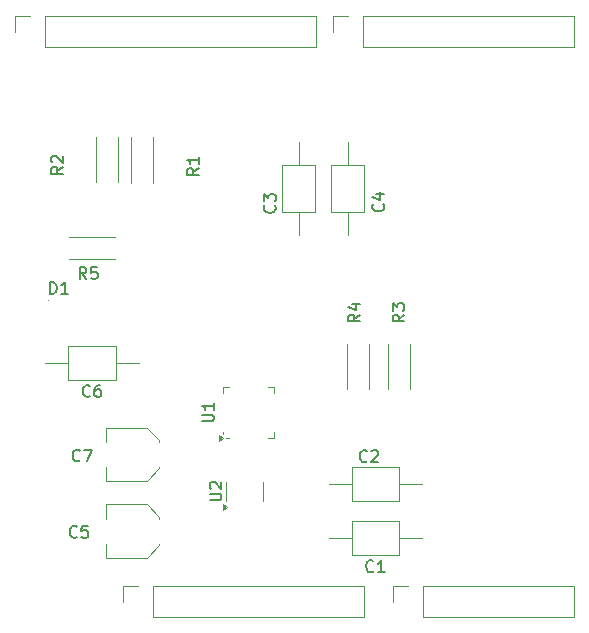
<source format=gbr>
%TF.GenerationSoftware,KiCad,Pcbnew,9.0.4*%
%TF.CreationDate,2025-08-24T03:11:57+05:30*%
%TF.ProjectId,Arduino Shield,41726475-696e-46f2-9053-6869656c642e,rev?*%
%TF.SameCoordinates,Original*%
%TF.FileFunction,Legend,Top*%
%TF.FilePolarity,Positive*%
%FSLAX46Y46*%
G04 Gerber Fmt 4.6, Leading zero omitted, Abs format (unit mm)*
G04 Created by KiCad (PCBNEW 9.0.4) date 2025-08-24 03:11:57*
%MOMM*%
%LPD*%
G01*
G04 APERTURE LIST*
%ADD10C,0.150000*%
%ADD11C,0.100000*%
%ADD12C,0.120000*%
G04 APERTURE END LIST*
D10*
X120441905Y-71404819D02*
X120441905Y-70404819D01*
X120441905Y-70404819D02*
X120680000Y-70404819D01*
X120680000Y-70404819D02*
X120822857Y-70452438D01*
X120822857Y-70452438D02*
X120918095Y-70547676D01*
X120918095Y-70547676D02*
X120965714Y-70642914D01*
X120965714Y-70642914D02*
X121013333Y-70833390D01*
X121013333Y-70833390D02*
X121013333Y-70976247D01*
X121013333Y-70976247D02*
X120965714Y-71166723D01*
X120965714Y-71166723D02*
X120918095Y-71261961D01*
X120918095Y-71261961D02*
X120822857Y-71357200D01*
X120822857Y-71357200D02*
X120680000Y-71404819D01*
X120680000Y-71404819D02*
X120441905Y-71404819D01*
X121965714Y-71404819D02*
X121394286Y-71404819D01*
X121680000Y-71404819D02*
X121680000Y-70404819D01*
X121680000Y-70404819D02*
X121584762Y-70547676D01*
X121584762Y-70547676D02*
X121489524Y-70642914D01*
X121489524Y-70642914D02*
X121394286Y-70690533D01*
X133054819Y-60766666D02*
X132578628Y-61099999D01*
X133054819Y-61338094D02*
X132054819Y-61338094D01*
X132054819Y-61338094D02*
X132054819Y-60957142D01*
X132054819Y-60957142D02*
X132102438Y-60861904D01*
X132102438Y-60861904D02*
X132150057Y-60814285D01*
X132150057Y-60814285D02*
X132245295Y-60766666D01*
X132245295Y-60766666D02*
X132388152Y-60766666D01*
X132388152Y-60766666D02*
X132483390Y-60814285D01*
X132483390Y-60814285D02*
X132531009Y-60861904D01*
X132531009Y-60861904D02*
X132578628Y-60957142D01*
X132578628Y-60957142D02*
X132578628Y-61338094D01*
X133054819Y-59814285D02*
X133054819Y-60385713D01*
X133054819Y-60099999D02*
X132054819Y-60099999D01*
X132054819Y-60099999D02*
X132197676Y-60195237D01*
X132197676Y-60195237D02*
X132292914Y-60290475D01*
X132292914Y-60290475D02*
X132340533Y-60385713D01*
X121554819Y-60666666D02*
X121078628Y-60999999D01*
X121554819Y-61238094D02*
X120554819Y-61238094D01*
X120554819Y-61238094D02*
X120554819Y-60857142D01*
X120554819Y-60857142D02*
X120602438Y-60761904D01*
X120602438Y-60761904D02*
X120650057Y-60714285D01*
X120650057Y-60714285D02*
X120745295Y-60666666D01*
X120745295Y-60666666D02*
X120888152Y-60666666D01*
X120888152Y-60666666D02*
X120983390Y-60714285D01*
X120983390Y-60714285D02*
X121031009Y-60761904D01*
X121031009Y-60761904D02*
X121078628Y-60857142D01*
X121078628Y-60857142D02*
X121078628Y-61238094D01*
X120650057Y-60285713D02*
X120602438Y-60238094D01*
X120602438Y-60238094D02*
X120554819Y-60142856D01*
X120554819Y-60142856D02*
X120554819Y-59904761D01*
X120554819Y-59904761D02*
X120602438Y-59809523D01*
X120602438Y-59809523D02*
X120650057Y-59761904D01*
X120650057Y-59761904D02*
X120745295Y-59714285D01*
X120745295Y-59714285D02*
X120840533Y-59714285D01*
X120840533Y-59714285D02*
X120983390Y-59761904D01*
X120983390Y-59761904D02*
X121554819Y-60333332D01*
X121554819Y-60333332D02*
X121554819Y-59714285D01*
X133964819Y-88899404D02*
X134774342Y-88899404D01*
X134774342Y-88899404D02*
X134869580Y-88851785D01*
X134869580Y-88851785D02*
X134917200Y-88804166D01*
X134917200Y-88804166D02*
X134964819Y-88708928D01*
X134964819Y-88708928D02*
X134964819Y-88518452D01*
X134964819Y-88518452D02*
X134917200Y-88423214D01*
X134917200Y-88423214D02*
X134869580Y-88375595D01*
X134869580Y-88375595D02*
X134774342Y-88327976D01*
X134774342Y-88327976D02*
X133964819Y-88327976D01*
X134060057Y-87899404D02*
X134012438Y-87851785D01*
X134012438Y-87851785D02*
X133964819Y-87756547D01*
X133964819Y-87756547D02*
X133964819Y-87518452D01*
X133964819Y-87518452D02*
X134012438Y-87423214D01*
X134012438Y-87423214D02*
X134060057Y-87375595D01*
X134060057Y-87375595D02*
X134155295Y-87327976D01*
X134155295Y-87327976D02*
X134250533Y-87327976D01*
X134250533Y-87327976D02*
X134393390Y-87375595D01*
X134393390Y-87375595D02*
X134964819Y-87947023D01*
X134964819Y-87947023D02*
X134964819Y-87327976D01*
X133329819Y-82211904D02*
X134139342Y-82211904D01*
X134139342Y-82211904D02*
X134234580Y-82164285D01*
X134234580Y-82164285D02*
X134282200Y-82116666D01*
X134282200Y-82116666D02*
X134329819Y-82021428D01*
X134329819Y-82021428D02*
X134329819Y-81830952D01*
X134329819Y-81830952D02*
X134282200Y-81735714D01*
X134282200Y-81735714D02*
X134234580Y-81688095D01*
X134234580Y-81688095D02*
X134139342Y-81640476D01*
X134139342Y-81640476D02*
X133329819Y-81640476D01*
X134329819Y-80640476D02*
X134329819Y-81211904D01*
X134329819Y-80926190D02*
X133329819Y-80926190D01*
X133329819Y-80926190D02*
X133472676Y-81021428D01*
X133472676Y-81021428D02*
X133567914Y-81116666D01*
X133567914Y-81116666D02*
X133615533Y-81211904D01*
X123533333Y-70154819D02*
X123200000Y-69678628D01*
X122961905Y-70154819D02*
X122961905Y-69154819D01*
X122961905Y-69154819D02*
X123342857Y-69154819D01*
X123342857Y-69154819D02*
X123438095Y-69202438D01*
X123438095Y-69202438D02*
X123485714Y-69250057D01*
X123485714Y-69250057D02*
X123533333Y-69345295D01*
X123533333Y-69345295D02*
X123533333Y-69488152D01*
X123533333Y-69488152D02*
X123485714Y-69583390D01*
X123485714Y-69583390D02*
X123438095Y-69631009D01*
X123438095Y-69631009D02*
X123342857Y-69678628D01*
X123342857Y-69678628D02*
X122961905Y-69678628D01*
X124438095Y-69154819D02*
X123961905Y-69154819D01*
X123961905Y-69154819D02*
X123914286Y-69631009D01*
X123914286Y-69631009D02*
X123961905Y-69583390D01*
X123961905Y-69583390D02*
X124057143Y-69535771D01*
X124057143Y-69535771D02*
X124295238Y-69535771D01*
X124295238Y-69535771D02*
X124390476Y-69583390D01*
X124390476Y-69583390D02*
X124438095Y-69631009D01*
X124438095Y-69631009D02*
X124485714Y-69726247D01*
X124485714Y-69726247D02*
X124485714Y-69964342D01*
X124485714Y-69964342D02*
X124438095Y-70059580D01*
X124438095Y-70059580D02*
X124390476Y-70107200D01*
X124390476Y-70107200D02*
X124295238Y-70154819D01*
X124295238Y-70154819D02*
X124057143Y-70154819D01*
X124057143Y-70154819D02*
X123961905Y-70107200D01*
X123961905Y-70107200D02*
X123914286Y-70059580D01*
X146704819Y-73166666D02*
X146228628Y-73499999D01*
X146704819Y-73738094D02*
X145704819Y-73738094D01*
X145704819Y-73738094D02*
X145704819Y-73357142D01*
X145704819Y-73357142D02*
X145752438Y-73261904D01*
X145752438Y-73261904D02*
X145800057Y-73214285D01*
X145800057Y-73214285D02*
X145895295Y-73166666D01*
X145895295Y-73166666D02*
X146038152Y-73166666D01*
X146038152Y-73166666D02*
X146133390Y-73214285D01*
X146133390Y-73214285D02*
X146181009Y-73261904D01*
X146181009Y-73261904D02*
X146228628Y-73357142D01*
X146228628Y-73357142D02*
X146228628Y-73738094D01*
X146038152Y-72309523D02*
X146704819Y-72309523D01*
X145657200Y-72547618D02*
X146371485Y-72785713D01*
X146371485Y-72785713D02*
X146371485Y-72166666D01*
X150454819Y-73166666D02*
X149978628Y-73499999D01*
X150454819Y-73738094D02*
X149454819Y-73738094D01*
X149454819Y-73738094D02*
X149454819Y-73357142D01*
X149454819Y-73357142D02*
X149502438Y-73261904D01*
X149502438Y-73261904D02*
X149550057Y-73214285D01*
X149550057Y-73214285D02*
X149645295Y-73166666D01*
X149645295Y-73166666D02*
X149788152Y-73166666D01*
X149788152Y-73166666D02*
X149883390Y-73214285D01*
X149883390Y-73214285D02*
X149931009Y-73261904D01*
X149931009Y-73261904D02*
X149978628Y-73357142D01*
X149978628Y-73357142D02*
X149978628Y-73738094D01*
X149454819Y-72833332D02*
X149454819Y-72214285D01*
X149454819Y-72214285D02*
X149835771Y-72547618D01*
X149835771Y-72547618D02*
X149835771Y-72404761D01*
X149835771Y-72404761D02*
X149883390Y-72309523D01*
X149883390Y-72309523D02*
X149931009Y-72261904D01*
X149931009Y-72261904D02*
X150026247Y-72214285D01*
X150026247Y-72214285D02*
X150264342Y-72214285D01*
X150264342Y-72214285D02*
X150359580Y-72261904D01*
X150359580Y-72261904D02*
X150407200Y-72309523D01*
X150407200Y-72309523D02*
X150454819Y-72404761D01*
X150454819Y-72404761D02*
X150454819Y-72690475D01*
X150454819Y-72690475D02*
X150407200Y-72785713D01*
X150407200Y-72785713D02*
X150359580Y-72833332D01*
X123833333Y-80029580D02*
X123785714Y-80077200D01*
X123785714Y-80077200D02*
X123642857Y-80124819D01*
X123642857Y-80124819D02*
X123547619Y-80124819D01*
X123547619Y-80124819D02*
X123404762Y-80077200D01*
X123404762Y-80077200D02*
X123309524Y-79981961D01*
X123309524Y-79981961D02*
X123261905Y-79886723D01*
X123261905Y-79886723D02*
X123214286Y-79696247D01*
X123214286Y-79696247D02*
X123214286Y-79553390D01*
X123214286Y-79553390D02*
X123261905Y-79362914D01*
X123261905Y-79362914D02*
X123309524Y-79267676D01*
X123309524Y-79267676D02*
X123404762Y-79172438D01*
X123404762Y-79172438D02*
X123547619Y-79124819D01*
X123547619Y-79124819D02*
X123642857Y-79124819D01*
X123642857Y-79124819D02*
X123785714Y-79172438D01*
X123785714Y-79172438D02*
X123833333Y-79220057D01*
X124690476Y-79124819D02*
X124500000Y-79124819D01*
X124500000Y-79124819D02*
X124404762Y-79172438D01*
X124404762Y-79172438D02*
X124357143Y-79220057D01*
X124357143Y-79220057D02*
X124261905Y-79362914D01*
X124261905Y-79362914D02*
X124214286Y-79553390D01*
X124214286Y-79553390D02*
X124214286Y-79934342D01*
X124214286Y-79934342D02*
X124261905Y-80029580D01*
X124261905Y-80029580D02*
X124309524Y-80077200D01*
X124309524Y-80077200D02*
X124404762Y-80124819D01*
X124404762Y-80124819D02*
X124595238Y-80124819D01*
X124595238Y-80124819D02*
X124690476Y-80077200D01*
X124690476Y-80077200D02*
X124738095Y-80029580D01*
X124738095Y-80029580D02*
X124785714Y-79934342D01*
X124785714Y-79934342D02*
X124785714Y-79696247D01*
X124785714Y-79696247D02*
X124738095Y-79601009D01*
X124738095Y-79601009D02*
X124690476Y-79553390D01*
X124690476Y-79553390D02*
X124595238Y-79505771D01*
X124595238Y-79505771D02*
X124404762Y-79505771D01*
X124404762Y-79505771D02*
X124309524Y-79553390D01*
X124309524Y-79553390D02*
X124261905Y-79601009D01*
X124261905Y-79601009D02*
X124214286Y-79696247D01*
X122733333Y-91959580D02*
X122685714Y-92007200D01*
X122685714Y-92007200D02*
X122542857Y-92054819D01*
X122542857Y-92054819D02*
X122447619Y-92054819D01*
X122447619Y-92054819D02*
X122304762Y-92007200D01*
X122304762Y-92007200D02*
X122209524Y-91911961D01*
X122209524Y-91911961D02*
X122161905Y-91816723D01*
X122161905Y-91816723D02*
X122114286Y-91626247D01*
X122114286Y-91626247D02*
X122114286Y-91483390D01*
X122114286Y-91483390D02*
X122161905Y-91292914D01*
X122161905Y-91292914D02*
X122209524Y-91197676D01*
X122209524Y-91197676D02*
X122304762Y-91102438D01*
X122304762Y-91102438D02*
X122447619Y-91054819D01*
X122447619Y-91054819D02*
X122542857Y-91054819D01*
X122542857Y-91054819D02*
X122685714Y-91102438D01*
X122685714Y-91102438D02*
X122733333Y-91150057D01*
X123638095Y-91054819D02*
X123161905Y-91054819D01*
X123161905Y-91054819D02*
X123114286Y-91531009D01*
X123114286Y-91531009D02*
X123161905Y-91483390D01*
X123161905Y-91483390D02*
X123257143Y-91435771D01*
X123257143Y-91435771D02*
X123495238Y-91435771D01*
X123495238Y-91435771D02*
X123590476Y-91483390D01*
X123590476Y-91483390D02*
X123638095Y-91531009D01*
X123638095Y-91531009D02*
X123685714Y-91626247D01*
X123685714Y-91626247D02*
X123685714Y-91864342D01*
X123685714Y-91864342D02*
X123638095Y-91959580D01*
X123638095Y-91959580D02*
X123590476Y-92007200D01*
X123590476Y-92007200D02*
X123495238Y-92054819D01*
X123495238Y-92054819D02*
X123257143Y-92054819D01*
X123257143Y-92054819D02*
X123161905Y-92007200D01*
X123161905Y-92007200D02*
X123114286Y-91959580D01*
X147283333Y-85559580D02*
X147235714Y-85607200D01*
X147235714Y-85607200D02*
X147092857Y-85654819D01*
X147092857Y-85654819D02*
X146997619Y-85654819D01*
X146997619Y-85654819D02*
X146854762Y-85607200D01*
X146854762Y-85607200D02*
X146759524Y-85511961D01*
X146759524Y-85511961D02*
X146711905Y-85416723D01*
X146711905Y-85416723D02*
X146664286Y-85226247D01*
X146664286Y-85226247D02*
X146664286Y-85083390D01*
X146664286Y-85083390D02*
X146711905Y-84892914D01*
X146711905Y-84892914D02*
X146759524Y-84797676D01*
X146759524Y-84797676D02*
X146854762Y-84702438D01*
X146854762Y-84702438D02*
X146997619Y-84654819D01*
X146997619Y-84654819D02*
X147092857Y-84654819D01*
X147092857Y-84654819D02*
X147235714Y-84702438D01*
X147235714Y-84702438D02*
X147283333Y-84750057D01*
X147664286Y-84750057D02*
X147711905Y-84702438D01*
X147711905Y-84702438D02*
X147807143Y-84654819D01*
X147807143Y-84654819D02*
X148045238Y-84654819D01*
X148045238Y-84654819D02*
X148140476Y-84702438D01*
X148140476Y-84702438D02*
X148188095Y-84750057D01*
X148188095Y-84750057D02*
X148235714Y-84845295D01*
X148235714Y-84845295D02*
X148235714Y-84940533D01*
X148235714Y-84940533D02*
X148188095Y-85083390D01*
X148188095Y-85083390D02*
X147616667Y-85654819D01*
X147616667Y-85654819D02*
X148235714Y-85654819D01*
X147833333Y-94879580D02*
X147785714Y-94927200D01*
X147785714Y-94927200D02*
X147642857Y-94974819D01*
X147642857Y-94974819D02*
X147547619Y-94974819D01*
X147547619Y-94974819D02*
X147404762Y-94927200D01*
X147404762Y-94927200D02*
X147309524Y-94831961D01*
X147309524Y-94831961D02*
X147261905Y-94736723D01*
X147261905Y-94736723D02*
X147214286Y-94546247D01*
X147214286Y-94546247D02*
X147214286Y-94403390D01*
X147214286Y-94403390D02*
X147261905Y-94212914D01*
X147261905Y-94212914D02*
X147309524Y-94117676D01*
X147309524Y-94117676D02*
X147404762Y-94022438D01*
X147404762Y-94022438D02*
X147547619Y-93974819D01*
X147547619Y-93974819D02*
X147642857Y-93974819D01*
X147642857Y-93974819D02*
X147785714Y-94022438D01*
X147785714Y-94022438D02*
X147833333Y-94070057D01*
X148785714Y-94974819D02*
X148214286Y-94974819D01*
X148500000Y-94974819D02*
X148500000Y-93974819D01*
X148500000Y-93974819D02*
X148404762Y-94117676D01*
X148404762Y-94117676D02*
X148309524Y-94212914D01*
X148309524Y-94212914D02*
X148214286Y-94260533D01*
X148659580Y-63816666D02*
X148707200Y-63864285D01*
X148707200Y-63864285D02*
X148754819Y-64007142D01*
X148754819Y-64007142D02*
X148754819Y-64102380D01*
X148754819Y-64102380D02*
X148707200Y-64245237D01*
X148707200Y-64245237D02*
X148611961Y-64340475D01*
X148611961Y-64340475D02*
X148516723Y-64388094D01*
X148516723Y-64388094D02*
X148326247Y-64435713D01*
X148326247Y-64435713D02*
X148183390Y-64435713D01*
X148183390Y-64435713D02*
X147992914Y-64388094D01*
X147992914Y-64388094D02*
X147897676Y-64340475D01*
X147897676Y-64340475D02*
X147802438Y-64245237D01*
X147802438Y-64245237D02*
X147754819Y-64102380D01*
X147754819Y-64102380D02*
X147754819Y-64007142D01*
X147754819Y-64007142D02*
X147802438Y-63864285D01*
X147802438Y-63864285D02*
X147850057Y-63816666D01*
X148088152Y-62959523D02*
X148754819Y-62959523D01*
X147707200Y-63197618D02*
X148421485Y-63435713D01*
X148421485Y-63435713D02*
X148421485Y-62816666D01*
X122983333Y-85509580D02*
X122935714Y-85557200D01*
X122935714Y-85557200D02*
X122792857Y-85604819D01*
X122792857Y-85604819D02*
X122697619Y-85604819D01*
X122697619Y-85604819D02*
X122554762Y-85557200D01*
X122554762Y-85557200D02*
X122459524Y-85461961D01*
X122459524Y-85461961D02*
X122411905Y-85366723D01*
X122411905Y-85366723D02*
X122364286Y-85176247D01*
X122364286Y-85176247D02*
X122364286Y-85033390D01*
X122364286Y-85033390D02*
X122411905Y-84842914D01*
X122411905Y-84842914D02*
X122459524Y-84747676D01*
X122459524Y-84747676D02*
X122554762Y-84652438D01*
X122554762Y-84652438D02*
X122697619Y-84604819D01*
X122697619Y-84604819D02*
X122792857Y-84604819D01*
X122792857Y-84604819D02*
X122935714Y-84652438D01*
X122935714Y-84652438D02*
X122983333Y-84700057D01*
X123316667Y-84604819D02*
X123983333Y-84604819D01*
X123983333Y-84604819D02*
X123554762Y-85604819D01*
X139459580Y-63916666D02*
X139507200Y-63964285D01*
X139507200Y-63964285D02*
X139554819Y-64107142D01*
X139554819Y-64107142D02*
X139554819Y-64202380D01*
X139554819Y-64202380D02*
X139507200Y-64345237D01*
X139507200Y-64345237D02*
X139411961Y-64440475D01*
X139411961Y-64440475D02*
X139316723Y-64488094D01*
X139316723Y-64488094D02*
X139126247Y-64535713D01*
X139126247Y-64535713D02*
X138983390Y-64535713D01*
X138983390Y-64535713D02*
X138792914Y-64488094D01*
X138792914Y-64488094D02*
X138697676Y-64440475D01*
X138697676Y-64440475D02*
X138602438Y-64345237D01*
X138602438Y-64345237D02*
X138554819Y-64202380D01*
X138554819Y-64202380D02*
X138554819Y-64107142D01*
X138554819Y-64107142D02*
X138602438Y-63964285D01*
X138602438Y-63964285D02*
X138650057Y-63916666D01*
X138554819Y-63583332D02*
X138554819Y-62964285D01*
X138554819Y-62964285D02*
X138935771Y-63297618D01*
X138935771Y-63297618D02*
X138935771Y-63154761D01*
X138935771Y-63154761D02*
X138983390Y-63059523D01*
X138983390Y-63059523D02*
X139031009Y-63011904D01*
X139031009Y-63011904D02*
X139126247Y-62964285D01*
X139126247Y-62964285D02*
X139364342Y-62964285D01*
X139364342Y-62964285D02*
X139459580Y-63011904D01*
X139459580Y-63011904D02*
X139507200Y-63059523D01*
X139507200Y-63059523D02*
X139554819Y-63154761D01*
X139554819Y-63154761D02*
X139554819Y-63440475D01*
X139554819Y-63440475D02*
X139507200Y-63535713D01*
X139507200Y-63535713D02*
X139459580Y-63583332D01*
D11*
%TO.C,D1*%
X120370000Y-72000000D02*
G75*
G02*
X120270000Y-72000000I-50000J0D01*
G01*
X120270000Y-72000000D02*
G75*
G02*
X120370000Y-72000000I50000J0D01*
G01*
D12*
%TO.C,R1*%
X127330000Y-62000000D02*
X127330000Y-58160000D01*
X129170000Y-62000000D02*
X129170000Y-58160000D01*
%TO.C,R2*%
X124330000Y-61960000D02*
X124330000Y-58120000D01*
X126170000Y-61960000D02*
X126170000Y-58120000D01*
%TO.C,U2*%
X135400000Y-89437500D02*
X135070000Y-89677500D01*
X135070000Y-89197500D01*
X135400000Y-89437500D01*
G36*
X135400000Y-89437500D02*
G01*
X135070000Y-89677500D01*
X135070000Y-89197500D01*
X135400000Y-89437500D01*
G37*
X138470000Y-88137500D02*
X138470000Y-88937500D01*
X138470000Y-88137500D02*
X138470000Y-87337500D01*
X135350000Y-88137500D02*
X135350000Y-88937500D01*
X135350000Y-88137500D02*
X135350000Y-87337500D01*
%TO.C,U1*%
X135100000Y-83600000D02*
X134770000Y-83840000D01*
X134770000Y-83360000D01*
X135100000Y-83600000D01*
G36*
X135100000Y-83600000D02*
G01*
X134770000Y-83840000D01*
X134770000Y-83360000D01*
X135100000Y-83600000D01*
G37*
X139400000Y-83600000D02*
X139400000Y-83075000D01*
X139400000Y-83600000D02*
X138875000Y-83600000D01*
X139400000Y-79300000D02*
X139400000Y-79825000D01*
X139400000Y-79300000D02*
X138875000Y-79300000D01*
X135565000Y-83600000D02*
X135340000Y-83600000D01*
X135100000Y-83075000D02*
X135100000Y-83300000D01*
X135100000Y-79300000D02*
X135625000Y-79300000D01*
X135100000Y-79300000D02*
X135100000Y-79825000D01*
%TO.C,R5*%
X125920000Y-68420000D02*
X122080000Y-68420000D01*
X125920000Y-66580000D02*
X122080000Y-66580000D01*
%TO.C,R4*%
X147420000Y-75660000D02*
X147420000Y-79500000D01*
X145580000Y-75660000D02*
X145580000Y-79500000D01*
%TO.C,R3*%
X150920000Y-75620000D02*
X150920000Y-79460000D01*
X149080000Y-75620000D02*
X149080000Y-79460000D01*
%TO.C,J3*%
X164830000Y-98790000D02*
X164830000Y-96130000D01*
X152070000Y-98790000D02*
X164830000Y-98790000D01*
X152070000Y-98790000D02*
X152070000Y-96130000D01*
X152070000Y-96130000D02*
X164830000Y-96130000D01*
X149470000Y-97460000D02*
X149470000Y-96130000D01*
X149470000Y-96130000D02*
X150800000Y-96130000D01*
%TO.C,J2*%
X142986000Y-50530000D02*
X142986000Y-47870000D01*
X120066000Y-50530000D02*
X142986000Y-50530000D01*
X120066000Y-50530000D02*
X120066000Y-47870000D01*
X120066000Y-47870000D02*
X142986000Y-47870000D01*
X117466000Y-49200000D02*
X117466000Y-47870000D01*
X117466000Y-47870000D02*
X118796000Y-47870000D01*
%TO.C,J1*%
X147050000Y-98790000D02*
X147050000Y-96130000D01*
X129210000Y-98790000D02*
X147050000Y-98790000D01*
X129210000Y-98790000D02*
X129210000Y-96130000D01*
X129210000Y-96130000D02*
X147050000Y-96130000D01*
X126610000Y-97460000D02*
X126610000Y-96130000D01*
X126610000Y-96130000D02*
X127940000Y-96130000D01*
%TO.C,C6*%
X126020000Y-78670000D02*
X121980000Y-78670000D01*
X121980000Y-75830000D01*
X126020000Y-75830000D01*
X126020000Y-78670000D01*
X127960000Y-77250000D02*
X126020000Y-77250000D01*
X120040000Y-77250000D02*
X121980000Y-77250000D01*
%TO.C,C5*%
X129720000Y-92695563D02*
X129720000Y-92560000D01*
X129720000Y-92695563D02*
X128655563Y-93760000D01*
X129720000Y-90304437D02*
X129720000Y-90440000D01*
X129720000Y-90304437D02*
X128655563Y-89240000D01*
X128655563Y-93760000D02*
X125200000Y-93760000D01*
X128655563Y-89240000D02*
X125200000Y-89240000D01*
X125200000Y-93760000D02*
X125200000Y-92560000D01*
X125200000Y-89240000D02*
X125200000Y-90440000D01*
%TO.C,C2*%
X145980000Y-86080000D02*
X150020000Y-86080000D01*
X150020000Y-88920000D01*
X145980000Y-88920000D01*
X145980000Y-86080000D01*
X151960000Y-87500000D02*
X150020000Y-87500000D01*
X144040000Y-87500000D02*
X145980000Y-87500000D01*
%TO.C,C1*%
X150020000Y-93520000D02*
X145980000Y-93520000D01*
X145980000Y-90680000D01*
X150020000Y-90680000D01*
X150020000Y-93520000D01*
X151960000Y-92100000D02*
X150020000Y-92100000D01*
X144040000Y-92100000D02*
X145980000Y-92100000D01*
%TO.C,J4*%
X144390000Y-47870000D02*
X145720000Y-47870000D01*
X144390000Y-49200000D02*
X144390000Y-47870000D01*
X146990000Y-47870000D02*
X164830000Y-47870000D01*
X146990000Y-50530000D02*
X146990000Y-47870000D01*
X146990000Y-50530000D02*
X164830000Y-50530000D01*
X164830000Y-50530000D02*
X164830000Y-47870000D01*
%TO.C,C4*%
X145650000Y-58540000D02*
X145650000Y-60480000D01*
X145650000Y-66460000D02*
X145650000Y-64520000D01*
X144230000Y-64520000D02*
X147070000Y-64520000D01*
X147070000Y-60480000D01*
X144230000Y-60480000D01*
X144230000Y-64520000D01*
%TO.C,C7*%
X125200000Y-82740000D02*
X125200000Y-83940000D01*
X125200000Y-87260000D02*
X125200000Y-86060000D01*
X128655563Y-82740000D02*
X125200000Y-82740000D01*
X128655563Y-87260000D02*
X125200000Y-87260000D01*
X129720000Y-83804437D02*
X128655563Y-82740000D01*
X129720000Y-83804437D02*
X129720000Y-83940000D01*
X129720000Y-86195563D02*
X128655563Y-87260000D01*
X129720000Y-86195563D02*
X129720000Y-86060000D01*
%TO.C,C3*%
X141500000Y-58540000D02*
X141500000Y-60480000D01*
X141500000Y-66460000D02*
X141500000Y-64520000D01*
X140080000Y-64520000D02*
X142920000Y-64520000D01*
X142920000Y-60480000D01*
X140080000Y-60480000D01*
X140080000Y-64520000D01*
%TD*%
M02*

</source>
